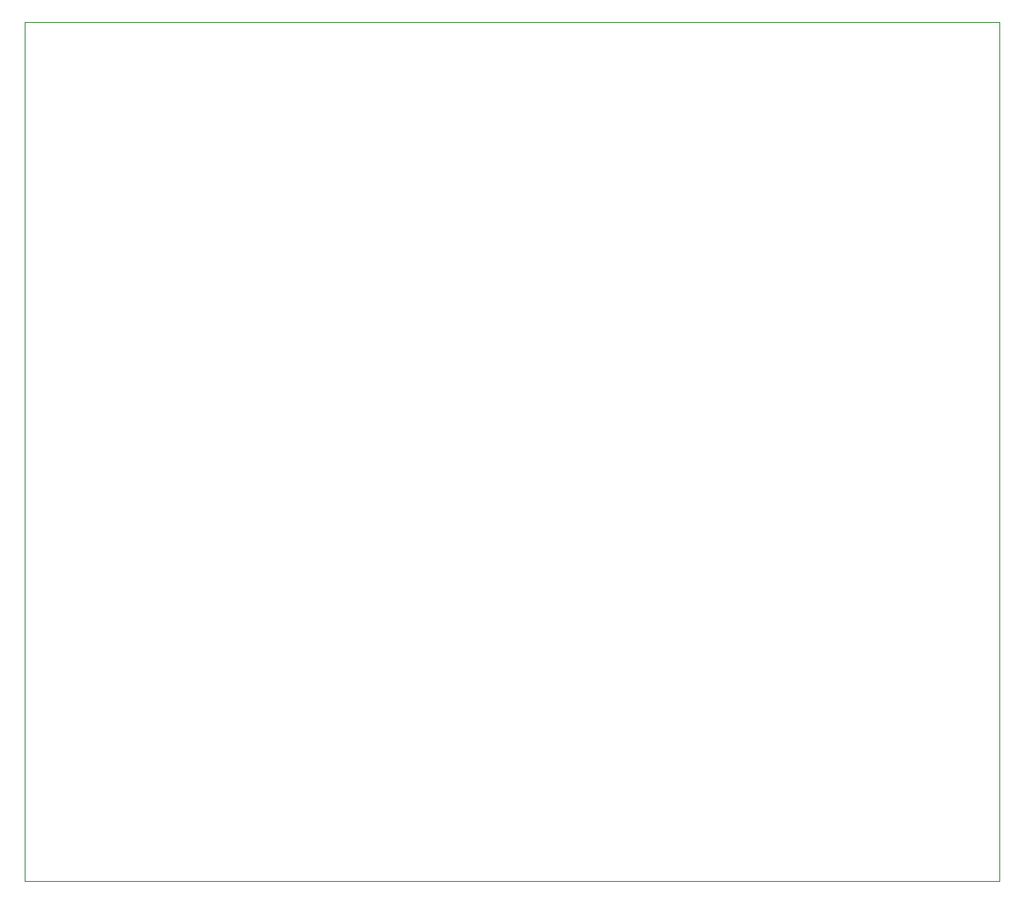
<source format=gbr>
%TF.GenerationSoftware,KiCad,Pcbnew,6.0.5-a6ca702e91~116~ubuntu21.10.1*%
%TF.CreationDate,2023-04-15T06:40:46-06:00*%
%TF.ProjectId,Desktop_50_Pin_TopConn,4465736b-746f-4705-9f35-305f50696e5f,rev?*%
%TF.SameCoordinates,Original*%
%TF.FileFunction,Profile,NP*%
%FSLAX46Y46*%
G04 Gerber Fmt 4.6, Leading zero omitted, Abs format (unit mm)*
G04 Created by KiCad (PCBNEW 6.0.5-a6ca702e91~116~ubuntu21.10.1) date 2023-04-15 06:40:46*
%MOMM*%
%LPD*%
G01*
G04 APERTURE LIST*
%TA.AperFunction,Profile*%
%ADD10C,0.100000*%
%TD*%
G04 APERTURE END LIST*
D10*
X129355000Y-63800000D02*
X193680000Y-63800000D01*
X193680000Y-146405600D02*
X193680000Y-63800000D01*
X100000000Y-146410000D02*
X140716000Y-146410000D01*
X193680000Y-146405600D02*
X140716000Y-146410000D01*
X129355000Y-63800000D02*
X100000000Y-63800000D01*
X100000000Y-63800000D02*
X100000000Y-146410000D01*
M02*

</source>
